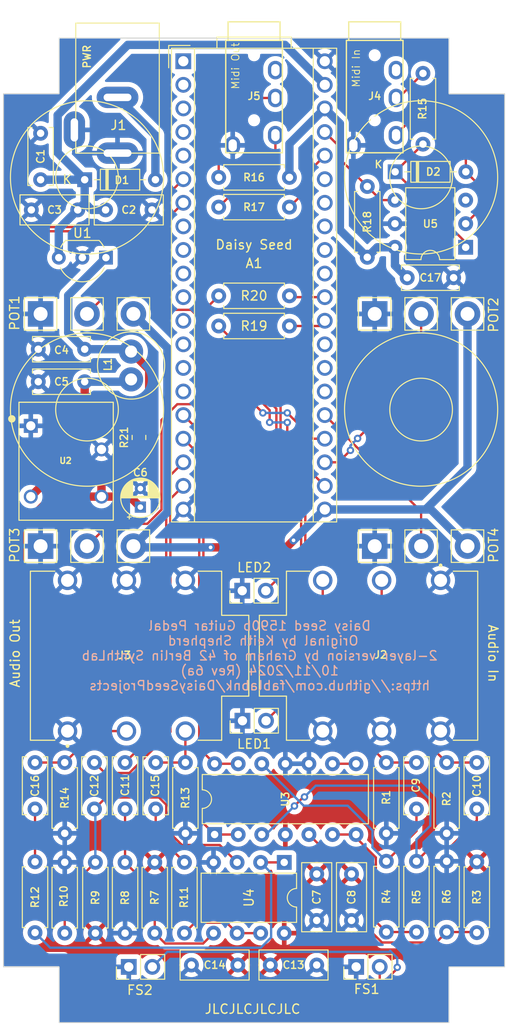
<source format=kicad_pcb>
(kicad_pcb (version 20240108) (generator "pcbnew") (generator_version "8.0")
  (layers (0 "F.Cu" signal) (31 "B.Cu" signal) (34 "B.Paste" user) (35 "F.Paste" user) (36 "B.SilkS" user "B.Silkscreen") (37 "F.SilkS" user "F.Silkscreen") (38 "B.Mask" user) (39 "F.Mask" user) (44 "Edge.Cuts" user))
  (net 0 "")
  (net 1 "FOOT_SWITCH_2")
  (net 2 "FOOT_SWITCH_1")
  (net 5 "MIDI_OUT")
  (net 6 "MIDI_IN")
  (net 7 "+3.3V")
  (net 8 "+9V")
  (net 9 "+5V")
  (net 10 "+5V_ISOLATED_POWER")
  (net 15 "Net-(C15-Pad1)")
  (net 16 "Net-(C16-Pad1)")
  (net 19 "/Audio Input Buffer/V_AUDIOBIAS")
  (net 26 "POT_1")
  (net 27 "+3.3VA")
  (net 28 "/Power/VIN")
  (net 29 "POT_2")
  (net 30 "AUDIO_IN_BUFFER_LEFT")
  (net 31 "AUDIO_IN_BUFFER_RIGHT")
  (net 32 "AUDIO_OUT_BUFFER_LEFT")
  (net 33 "AUDIO_OUT_BUFFER_RIGHT")
  (net 34 "AUDIO_IN_JACK_LEFT")
  (net 35 "AUDIO_IN_JACK_RIGHT")
  (net 36 "AUDIO_OUT_JACK_LEFT")
  (net 37 "AUDIO_OUT_JACK_RIGHT")
  (net 38 "MIDI_IN_JACK_PIN5")
  (net 39 "MIDI_IN_JACK_PIN4")
  (net 40 "MIDI_OUT_JACK_PIN5")
  (net 41 "MIDI_OUT_JACK_PIN4")
  (net 42 "POWER_JACK_PWR")
  (net 43 "GND")
  (net 46 "POT_3")
  (net 47 "POT_4")
  (net 51 "LED_1")
  (net 54 "LED_2")
  (net 58 "Net-(U4B-+)")
  (net 59 "Net-(U4A-+)")
  (net 60 "Net-(U4B--)")
  (net 61 "Net-(U4A--)")
  (net 62 "Net-(U3D-+)")
  (net 63 "Net-(U3A-+)")
  (net 64 "Net-(D2-K)")
  (net 65 "Net-(LED1-A)")
  (net 66 "Net-(LED2-A)")
  (net 67 "Net-(U3B-+)")
  (net 68 "Net-(U3C--)")
  (footprint "Package_DIP:DIP-6_W7.62mm" (layer "F.Cu") (at 129.8 52.525 180)
    (property "Reference" "U5")
    (property "Value" "H11L1" (hide yes))
  )
  (footprint "Resistor_THT:R_Axial_DIN0207_L6.3mm_D2.5mm_P7.62mm_Horizontal" (layer "F.Cu") (at 119.2 53.6 90)
    (property "Reference" "R18")
    (property "Value" "470R" (hide yes))
  )
  (footprint "Resistor_THT:R_Axial_DIN0207_L6.3mm_D2.5mm_P7.62mm_Horizontal" (layer "F.Cu") (at 89.9 126.36 90)
    (property "Reference" "R9")
    (property "Value" "2M" (hide yes))
  )
  (footprint "AudioConnector-PJ320A:TRRS-PJ-320A" (layer "F.Cu") (at 107 30.25)
    (property "Reference" "J5")
    (property "Value" "MIDI OUT JACK")
  )
  (footprint "AudioConnector-PJ320A:TRRS-PJ-320A" (layer "F.Cu") (at 120 30.25)
    (property "Reference" "J4")
    (property "Value" "MIDI IN JACK")
  )
  (footprint "Package_DIP:DIP-8_W7.62mm" (layer "F.Cu") (at 110.25 118.75 -90)
    (property "Reference" "U4")
    (property "Value" "OPA2134")
  )
  (footprint "Connector_PinHeader_2.54mm:PinHeader_1x02_P2.54mm_Vertical" (layer "F.Cu") (at 105.75 103.5 90)
    (property "Reference" "LED1")
    (property "Value" "LED_1")
  )
  (footprint "Resistor_THT:R_Axial_DIN0207_L6.3mm_D2.5mm_P7.62mm_Horizontal" (layer "F.Cu") (at 121.25 108 -90)
    (property "Reference" "R1")
    (property "Value" "2M" (hide yes))
  )
  (footprint "Package_DIP:DIP-14_W7.62mm" (layer "F.Cu") (at 102.75 115.75 90)
    (property "Reference" "U3")
    (property "Value" "MCP6004" (hide yes))
  )
  (footprint "Connector_PinHeader_2.54mm:PinHeader_1x02_P2.54mm_Vertical" (layer "F.Cu") (at 93.5 130 90)
    (property "Reference" "FS2")
    (property "Value" "Foot_Switch_2")
  )
  (footprint "Resistor_THT:R_Axial_DIN0207_L6.3mm_D2.5mm_P7.62mm_Horizontal" (layer "F.Cu") (at 83.4 126.31 90)
    (property "Reference" "R12")
    (property "Value" "100R" (hide yes))
  )
  (footprint "NMJ6HCD2:NEUTRIK_NMJ6HCD2" (layer "F.Cu") (at 93.25 96.5 180)
    (property "Reference" "J3")
    (property "Value" "AUDIO_OUT_TRS")
  )
  (footprint "GuitarPedal1590b:Pot_RightAngle_LongPin_16mm" (layer "F.Cu") (at 125 61)
    (property "Reference" "POT2")
    (property "Value" "10K")
  )
  (footprint "Resistor_THT:R_Axial_DIN0207_L6.3mm_D2.5mm_P7.62mm_Horizontal" (layer "F.Cu") (at 103.19 61)
    (property "Reference" "R19")
    (property "Value" "1K")
  )
  (footprint "Module:Electrosmith_Daisy_Seed" (layer "F.Cu") (at 99.38 32.495)
    (property "Reference" "A1")
    (property "Value" "Electrosmith_Daisy_Seed_Rev4")
  )
  (footprint "Resistor_THT:R_Axial_DIN0207_L6.3mm_D2.5mm_P7.62mm_Horizontal" (layer "F.Cu") (at 103.19 48.2)
    (property "Reference" "R17")
    (property "Value" "10R" (hide yes))
  )
  (footprint "Capacitor_THT:C_Disc_D6.0mm_W2.5mm_P5.00mm" (layer "F.Cu") (at 84 45.25 90)
    (property "Reference" "C1")
    (property "Value" "10UF" (hide yes))
  )
  (footprint "Resistor_THT:R_Axial_DIN0207_L6.3mm_D2.5mm_P7.62mm_Horizontal" (layer "F.Cu") (at 127.75 108 -90)
    (property "Reference" "R2")
    (property "Value" "2M" (hide yes))
  )
  (footprint "Capacitor_THT:C_Disc_D6.0mm_W2.5mm_P5.00mm" (layer "F.Cu") (at 131 108 -90)
    (property "Reference" "C10")
    (property "Value" "10UF" (hide yes))
  )
  (footprint "Capacitor_THT:C_Rect_L7.2mm_W3.0mm_P5.00mm_FKS2_FKP2_MKS2_MKP2" (layer "F.Cu") (at 105.25 129.8 180)
    (property "Reference" "C14")
    (property "Value" "100NF" (hide yes))
  )
  (footprint "Capacitor_THT:C_Rect_L7.2mm_W3.0mm_P5.00mm_FKS2_FKP2_MKS2_MKP2" (layer "F.Cu") (at 108.75 129.8)
    (property "Reference" "C13")
    (property "Value" "100NF" (hide yes))
  )
  (footprint "Resistor_THT:R_Axial_DIN0207_L6.3mm_D2.5mm_P7.62mm_Horizontal" (layer "F.Cu") (at 99.5 126.36 90)
    (property "Reference" "R11")
    (property "Value" "100R" (hide yes))
  )
  (footprint "Resistor_THT:R_Axial_DIN0207_L6.3mm_D2.5mm_P7.62mm_Horizontal" (layer "F.Cu") (at 86.6 126.36 90)
    (property "Reference" "R10")
    (property "Value" "2M" (hide yes))
  )
  (footprint "Capacitor_THT:C_Rect_L7.2mm_W3.0mm_P5.00mm_FKS2_FKP2_MKS2_MKP2" (layer "F.Cu") (at 88 48.5 180)
    (property "Reference" "C3")
    (property "Value" "100NF" (hide yes))
  )
  (footprint "Capacitor_THT:C_Disc_D6.0mm_W2.5mm_P5.00mm" (layer "F.Cu") (at 124.5 108 -90)
    (property "Reference" "C9")
    (property "Value" "10UF" (hide yes))
  )
  (footprint "GuitarPedal1590b:Pot_RightAngle_LongPin_16mm" (layer "F.Cu") (at 89 86)
    (property "Reference" "POT3")
    (property "Value" "10K")
  )
  (footprint "Capacitor_THT:C_Disc_D6.0mm_W2.5mm_P5.00mm" (layer "F.Cu") (at 89.8 113 90)
    (property "Reference" "C12")
    (property "Value" "10UF" (hide yes))
  )
  (footprint "Inductor_THT:L_Radial_D7.0mm_P3.00mm" (layer "F.Cu") (at 93.75 63.75 -90)
    (property "Reference" "L1")
    (property "Value" "2.2uH" (hide yes))
  )
  (footprint "Resistor_THT:R_Axial_DIN0207_L6.3mm_D2.5mm_P7.62mm_Horizontal" (layer "F.Cu") (at 131 118.69 -90)
    (property "Reference" "R3")
    (property "Value" "100K" (hide yes))
  )
  (footprint "Capacitor_THT:C_Disc_D6.0mm_W2.5mm_P5.00mm" (layer "F.Cu") (at 88.75 63.5 180)
    (property "Reference" "C4")
    (property "Value" "10UF" (hide yes))
  )
  (footprint "GuitarPedal1590b:Pot_RightAngle_LongPin_16mm" (layer "F.Cu") (at 125 86)
    (property "Reference" "POT4")
    (property "Value" "10K")
  )
  (footprint "Capacitor_THT:C_Rect_L7.2mm_W3.0mm_P5.00mm_FKS2_FKP2_MKS2_MKP2" (layer "F.Cu") (at 91 48.5)
    (property "Reference" "C2")
    (property "Value" "100NF" (hide yes))
  )
  (footprint "Connector_PinHeader_2.54mm:PinHeader_1x02_P2.54mm_Vertical" (layer "F.Cu") (at 105.725 89.5 90)
    (property "Reference" "LED2")
    (property "Value" "LED_2")
  )
  (footprint "Diode_THT:D_DO-35_SOD27_P7.62mm_Horizontal" (layer "F.Cu") (at 122.2 44.4)
    (property "Reference" "D2")
    (property "Value" "1N4148")
  )
  (footprint "NMJ6HCD2:NEUTRIK_NMJ6HCD2" (layer "F.Cu") (at 120.75 96.5)
    (property "Reference" "J2")
    (property "Value" "AUDIO_IN_TRS")
  )
  (footprint "Package_TO_SOT_THT:TO-92_Inline_Wide" (layer "F.Cu") (at 91.04 53.64 180)
    (property "Reference" "U1")
    (property "Value" "L4931CZ50")
  )
  (footprint "GuitarPedal1590b:Pot_RightAngle_LongPin_16mm" (layer "F.Cu") (at 89 61)
    (property "Reference" "POT1")
    (property "Value" "10K")
  )
  (footprint "Capacitor_THT:C_Rect_L7.2mm_W3.0mm_P5.00mm_FKS2_FKP2_MKS2_MKP2" (layer "F.Cu") (at 117.5 120 -90)
    (property "Reference" "C8")
    (property "Value" "100NF" (hide yes))
  )
  (footprint "Capacitor_THT:C_Disc_D6.0mm_W2.5mm_P5.00mm" (layer "F.Cu") (at 88.75 67 180)
    (property "Reference" "C5")
    (property "Value" "10UF" (hide yes))
  )
  (footprint "GuitarPedal1590b:Generic_PowerJack" (layer "F.Cu") (at 92.2875 42.3875 -90)
    (property "Reference" "J1")
    (property "Value" "Barrel_Jack")
  )
  (footprint "Resistor_THT:R_Axial_DIN0207_L6.3mm_D2.5mm_P7.62mm_Horizontal" (layer "F.Cu") (at 125.2 33.8 -90)
    (property "Reference" "R15")
    (property "Value" "220R" (hide yes))
  )
  (footprint "Capacitor_THT:C_Disc_D6.0mm_W2.5mm_P5.00mm" (layer "F.Cu") (at 93.1 113 90)
    (property "Reference" "C11")
    (property "Value" "10UF" (hide yes))
  )
  (footprint "Resistor_THT:R_Axial_DIN0207_L6.3mm_D2.5mm_P7.62mm_Horizontal" (layer "F.Cu") (at 124.5 126.25 90)
    (property "Reference" "R5")
    (property "Value" "2M" (hide yes))
  )
  (footprint "Capacitor_THT:C_Disc_D6.0mm_W2.5mm_P5.00mm" (layer "F.Cu") (at 83.4 113 90)
    (property "Reference" "C16")
    (property "Value" "10UF" (hide yes))
  )
  (footprint "Capacitor_THT:C_Disc_D6.0mm_W2.5mm_P5.00mm" (layer "F.Cu") (at 123.5 55.8)
    (property "Reference" "C17")
    (property "Value" "100NF")
  )
  (footprint "Capacitor_THT:C_Disc_D6.0mm_W2.5mm_P5.00mm" (layer "F.Cu") (at 96.4 113 90)
    (property "Reference" "C15")
    (property "Value" "10UF" (hide yes))
  )
  (footprint "Resistor_THT:R_Axial_DIN0207_L6.3mm_D2.5mm_P7.62mm_Horizontal" (layer "F.Cu") (at 93.1 118.75 -90)
    (property "Reference" "R8")
    (property "Value" "2M" (hide yes))
  )
  (footprint "Resistor_THT:R_Axial_DIN0207_L6.3mm_D2.5mm_P7.62mm_Horizontal" (layer "F.Cu") (at 127.75 126.25 90)
    (property "Reference" "R6")
    (property "Value" "100K" (hide yes))
  )
  (footprint "Connector_PinHeader_2.54mm:PinHeader_1x02_P2.54mm_Vertical" (layer "F.Cu") (at 118 130 90)
    (property "Reference" "FS1")
    (property "Value" "Foot_Switch_1")
  )
  (footprint "Resistor_THT:R_Axial_DIN0207_L6.3mm_D2.5mm_P7.62mm_Horizontal" (layer "F.Cu") (at 103.19 57.75)
    (property "Reference" "R20")
    (property "Value" "1K")
  )
  (footprint "Resistor_THT:R_Axial_DIN0207_L6.3mm_D2.5mm_P7.62mm_Horizontal" (layer "F.Cu") (at 99.6 108 -90)
    (property "Reference" "R13")
    (property "Value" "2M" (hide yes))
  )
  (footprint "Resistor_THT:R_Axial_DIN0207_L6.3mm_D2.5mm_P7.62mm_Horizontal" (layer "F.Cu") (at 103.19 45)
    (property "Reference" "R16")
    (property "Value" "33R" (hide yes))
  )
  (footprint "Resistor_THT:R_Axial_DIN0207_L6.3mm_D2.5mm_P7.62mm_Horizontal" (layer "F.Cu") (at 86.6 108 -90)
    (property "Reference" "R14")
    (property "Value" "2M" (hide yes))
  )
  (footprint "Capacitor_THT:C_Rect_L7.2mm_W3.0mm_P5.00mm_FKS2_FKP2_MKS2_MKP2" (layer "F.Cu") (at 113.75 120 -90)
    (property "Reference" "C7")
    (property "Value" "100NF" (hide yes))
  )
  (footprint "Resistor_THT:R_Axial_DIN0207_L6.3mm_D2.5mm_P7.62mm_Horizontal" (layer "F.Cu") (at 121.25 126.25 90)
    (property "Reference" "R4")
    (property "Value" "2M" (hide yes))
  )
  (footprint "PDS1-S5-S5-D:CONV_PDS1-S5-S5-D" (layer "F.Cu") (at 86.75 75.56 -90)
    (property "Reference" "U2")
    (property "Value" "PDS1-S5-S5-D")
  )
  (footprint "Resistor_THT:R_Axial_DIN0207_L6.3mm_D2.5mm_P7.62mm_Horizontal" (layer "F.Cu") (at 96.3 118.74 -90)
    (property "Reference" "R7")
    (property "Value" "2M" (hide yes))
  )
  (footprint "Diode_THT:D_DO-35_SOD27_P7.62mm_Horizontal" (layer "F.Cu") (at 88.75 45.25)
    (property "Reference" "D1")
    (property "Value" "1N5817" (hide yes))
  )
  (footprint "Capacitor_THT:CP_Radial_D4.0mm_P2.00mm" (layer "F.Cu") (at 94.75 80.5 90)
    (property "Reference" "C6")
    (property "Value" "22UF" (hide yes))
  )
  (footprint "Resistor_SMD:R_0805_2012Metric" (layer "F.Cu") (at 94.6 73 -90)
    (property "Reference" "R21")
    (property "Value" "DNP")
  )
  (gr_poly (pts (xy 128 36) (xy 134 36) (xy 134 130) (xy 128 130) (xy 128 136) (xy 86 136) (xy 86 130) (xy 80 130) (xy 80 36) (xy 86 36) (xy 86 30) (xy 128 30)) (stroke (width 0.1)) (fill none) (layer "Edge.Cuts"))
  (gr_text "Daisy Seed 1590b Guitar Pedal\nOriginal by Keith Shepherd \n2-layer version by Graham of 42 Berlin SynthLab\n10/11/2024 (Rev 6a)\nhttps://github.com/fablabnk/DaisySeedProjects\n" (at 107.6 96.5 0) (layer "B.SilkS") (effects (font (size 1 1)) (justify mirror)))
  (gr_text "J5" (at 107 36.25 0) (layer "F.SilkS") (effects (font (size 0.8 0.8))))
  (gr_text "Audio Out" (at 81.25 96.25 90) (layer "F.SilkS") (effects (font (size 1 1))))
  (gr_text "PWR" (at 89 32 90) (layer "F.SilkS") (effects (font (size 0.8 0.8))))
  (gr_text "J4" (at 120 36.25 0) (layer "F.SilkS") (effects (font (size 0.8 0.8))))
  (gr_text "Midi Out" (at 105 33 90) (layer "F.SilkS") (effects (font (size 0.8 0.8) (thickness 0.1))))
  (gr_text "Daisy Seed" (at 107 52.25 0) (layer "F.SilkS") (effects (font (size 1 1))))
  (gr_text "JLCJLCJLCJLC" (at 101.6 135.128 0) (layer "F.SilkS") (effects (font (size 1 1)) (justify left bottom)))
  (gr_text "Midi In" (at 118 33.25 90) (layer "F.SilkS") (effects (font (size 0.8 0.8) (thickness 0.1))))
  (gr_text "Audio In" (at 132.75 96.25 270) (layer "F.SilkS") (effects (font (size 1 1))))
  (segment (start 96.128604 50.35) (end 97.750302 48.728302) (width 0.25) (layer "F.Cu") (net 1))
  (segment (start 80.563 53.420604) (end 83.633604 50.35) (width 0.25) (layer "F.Cu") (net 1))
  (segment (start 122.428 130.048) (end 122.428 130.176396) (width 0.25) (layer "F.Cu") (net 1))
  (segment (start 83.633604 50.35) (end 96.128604 50.35) (width 0.25) (layer "F.Cu") (net 1))
  (segment (start 89.602604 132.784) (end 86.300604 129.482) (width 0.25) (layer "F.Cu") (net 1))
  (segment (start 97.750302 46.824698) (end 99.38 45.195) (width 0.25) (layer "F.Cu") (net 1))
  (segment (start 97.750302 48.728302) (end 97.750302 46.824698) (width 0.25) (layer "F.Cu") (net 1))
  (segment (start 122.428 130.176396) (end 119.820396 132.784) (width 0.25) (layer "F.Cu") (net 1))
  (segment (start 86.300604 129.482) (end 82.109604 129.482) (width 0.25) (layer "F.Cu") (net 1))
  (segment (start 119.820396 132.784) (end 89.602604 132.784) (width 0.25) (layer "F.Cu") (net 1))
  (segment (start 80.563 127.935396) (end 80.563 53.420604) (width 0.25) (layer "F.Cu") (net 1))
  (segment (start 82.109604 129.482) (end 80.563 127.935396) (width 0.25) (layer "F.Cu") (net 1))
  (via (at 122.428 130.048) (size 0.8) (drill 0.4) (layers "F.Cu" "B.Cu") (net 1))
  (segment (start 122.428 129.032) (end 121.666 128.27) (width 0.25) (layer "B.Cu") (net 1))
  (segment (start 122.428 130.048) (end 122.428 129.032) (width 0.25) (layer "B.Cu") (net 1))
  (segment (start 121.666 128.27) (end 121.551 128.385) (width 0.25) (layer "B.Cu") (net 1))
  (segment (start 121.551 128.385) (end 97.655 128.385) (width 0.25) (layer "B.Cu") (net 1))
  (segment (start 97.655 128.385) (end 96.04 130) (width 0.25) (layer "B.Cu") (net 1))
  (segment (start 81.013 127.749) (end 81.013 53.607) (width 0.25) (layer "F.Cu") (net 2))
  (segment (start 86.487 129.032) (end 82.296 129.032) (width 0.25) (layer "F.Cu") (net 2))
  (segment (start 119.634 132.334) (end 89.789 132.334) (width 0.25) (layer "F.Cu") (net 2))
  (segment (start 120.54 130) (end 120.54 131.428) (width 0.25) (layer "F.Cu") (net 2))
  (segment (start 96.315 50.8) (end 99.38 47.735) (width 0.25) (layer "F.Cu") (net 2))
  (segment (start 83.82 50.8) (end 96.315 50.8) (width 0.25) (layer "F.Cu") (net 2))
  (segment (start 89.789 132.334) (end 86.487 129.032) (width 0.25) (layer "F.Cu") (net 2))
  (segment (start 81.013 53.607) (end 83.82 50.8) (width 0.25) (layer "F.Cu") (net 2))
  (segment (start 82.296 129.032) (end 81.013 127.749) (width 0.25) (layer "F.Cu") (net 2))
  (segment (start 120.54 131.428) (end 119.634 132.334) (width 0.25) (layer "F.Cu") (net 2))
  (segment (start 112.649 46.361) (end 112.649 44.626) (width 0.25) (layer "F.Cu") (net 5))
  (segment (start 112.649 44.626) (end 114.62 42.655) (width 0.25) (layer "F.Cu") (net 5))
  (segment (start 110.81 48.2) (end 112.649 46.361) (width 0.25) (layer "F.Cu") (net 5))
  (segment (start 119.2 45.98) (end 116.205 42.985) (width 0.25) (layer "F.Cu") (net 6))
  (segment (start 122.18 47.445) (end 120.665 47.445) (width 0.25) (layer "F.Cu") (net 6))
  (segment (start 116.205 41.7) (end 114.62 40.115) (width 0.25) (layer "F.Cu") (net 6))
  (segment (start 116.205 42.985) (end 116.205 41.7) (width 0.25) (layer "F.Cu") (net 6))
  (segment (start 120.665 47.445) (end 119.2 45.98) (width 0.25) (layer "F.Cu") (net 6))
  (segment (start 122.18 54.48) (end 123.5 55.8) (width 0.9) (layer "B.Cu") (net 7))
  (segment (start 116.25 50.65) (end 116.25 39.205) (width 0.9) (layer "B.Cu") (net 7))
  (segment (start 122.18 52.525) (end 120.275 52.525) (width 0.9) (layer "B.Cu") (net 7))
  (segment (start 120.275 52.525) (end 119.2 53.6) (width 0.9) (layer "B.Cu") (net 7))
  (segment (start 122.18 52.525) (end 122.18 54.48) (width 0.9) (layer "B.Cu") (net 7))
  (segment (start 110.81 41.385) (end 110.81 45) (width 0.9) (layer "B.Cu") (net 7))
  (segment (start 116.25 39.205) (end 114.62 37.575) (width 0.9) (layer "B.Cu") (net 7))
  (segment (start 119.2 53.6) (end 116.25 50.65) (width 0.9) (layer "B.Cu") (net 7))
  (segment (start 114.62 37.575) (end 110.81 41.385) (width 0.9) (layer "B.Cu") (net 7))
  (segment (start 85.8375 38.291916) (end 85.8375 42.3375) (width 0.9) (layer "B.Cu") (net 8))
  (segment (start 84 45.25) (end 88.75 45.25) (width 0.9) (layer "B.Cu") (net 8))
  (segment (start 114.62 35.035) (end 110.319 30.734) (width 0.9) (layer "B.Cu") (net 8))
  (segment (start 89.5 48.5) (end 88.75 47.75) (width 0.9) (layer "B.Cu") (net 8))
  (segment (start 85.96 50.54) (end 88 48.5) (width 0.9) (layer "B.Cu") (net 8))
  (segment (start 85.96 53.64) (end 85.96 50.54) (width 0.9) (layer "B.Cu") (net 8))
  (segment (start 110.319 30.734) (end 93.395416 30.734) (width 0.9) (layer "B.Cu") (net 8))
  (segment (start 85.8375 42.3375) (end 88.75 45.25) (width 0.9) (layer "B.Cu") (net 8))
  (segment (start 93.395416 30.734) (end 85.8375 38.291916) (width 0.9) (layer "B.Cu") (net 8))
  (segment (start 88.75 45.25) (end 88.75 47.75) (width 0.9) (layer "B.Cu") (net 8))
  (segment (start 88.75 47.75) (end 88 48.5) (width 0.9) (layer "B.Cu") (net 8))
  (segment (start 91 48.5) (end 89.5 48.5) (width 0.9) (layer "B.Cu") (net 8))
  (segment (start 95.7 70.9875) (end 94.6 72.0875) (width 0.9) (layer "F.Cu") (net 9))
  (segment (start 93.75 63.75) (end 95.7 65.7) (width 0.9) (layer "F.Cu") (net 9))
  (segment (start 95.7 65.7) (end 95.7 70.9875) (width 0.9) (layer "F.Cu") (net 9))
  (segment (start 91.04 53.64) (end 86.975 57.705) (width 0.9) (layer "B.Cu") (net 9))
  (segment (start 93.5 63.5) (end 93.75 63.75) (width 0.9) (layer "B.Cu") (net 9))
  (segment (start 88.75 63.5) (end 93.5 63.5) (width 0.9) (layer "B.Cu") (net 9))
  (segment (start 86.975 57.705) (end 86.975 61.725) (width 0.9) (layer "B.Cu") (net 9))
  (segment (start 86.975 61.725) (end 88.75 63.5) (width 0.9) (layer "B.Cu") (net 9))
  (segment (start 81.788 82.862) (end 81.788 106.172) (width 0.9) (layer "F.Cu") (net 10))
  (segment (start 81.788 106.172) (end 82.042 106.426) (width 0.9) (layer "F.Cu") (net 10))
  (segment (start 90.56 79.37) (end 90.56 77.9525) (width 0.9) (layer "F.Cu") (net 10))
  (segment (start 90.56 79.37) (end 85.28 79.37) (width 0.9) (layer "F.Cu") (net 10))
  (segment (start 90.56 79.37) (end 93.62 79.37) (width 0.9) (layer "F.Cu") (net 10))
  (segment (start 85.28 79.37) (end 81.788 82.862) (width 0.9) (layer "F.Cu") (net 10))
  (segment (start 93.62 79.37) (end 94.75 80.5) (width 0.9) (layer "F.Cu") (net 10))
  (segment (start 90.56 77.9525) (end 94.6 73.9125) (width 0.9) (layer "F.Cu") (net 10))
  (segment (start 96.4 115.64) (end 99.5 118.74) (width 0.25) (layer "F.Cu") (net 15))
  (segment (start 96.4 113) (end 96.4 115.64) (width 0.25) (layer "F.Cu") (net 15))
  (segment (start 83.4 118.69) (end 83.4 113) (width 0.25) (layer "F.Cu") (net 16))
  (segment (start 120.125 118.22) (end 117.99 116.085) (width 0.25) (layer "F.Cu") (net 19))
  (segment (start 121.25 126.25) (end 124.5 126.25) (width 0.25) (layer "F.Cu") (net 19))
  (segment (start 115.45 115.75) (end 117.99 115.75) (width 0.25) (layer "F.Cu") (net 19))
  (segment (start 120.125 125.125) (end 120.125 118.22) (width 0.25) (layer "F.Cu") (net 19))
  (segment (start 117.99 116.085) (end 117.99 115.75) (width 0.25) (layer "F.Cu") (net 19))
  (segment (start 121.25 126.25) (end 120.125 125.125) (width 0.25) (layer "F.Cu") (net 19))
  (segment (start 114.62 78.215) (end 110.579999 74.174999) (width 0.25) (layer "F.Cu") (net 26))
  (segment (start 91.042 57.658) (end 89 59.7) (width 0.25) (layer "F.Cu") (net 26))
  (segment (start 110.579999 74.174999) (end 110.579999 71.383304) (width 0.25) (layer "F.Cu") (net 26))
  (segment (start 108.68 70.062695) (end 101.023 62.405695) (width 0.25) (layer "F.Cu") (net 26))
  (segment (start 100.212 59.26) (end 96.471 59.26) (width 0.25) (layer "F.Cu") (net 26))
  (segment (start 101.023 62.405695) (end 101.023 60.071) (width 0.25) (layer "F.Cu") (net 26))
  (segment (start 108.68 71.374) (end 108.68 70.062695) (width 0.25) (layer "F.Cu") (net 26))
  (segment (start 96.471 59.26) (end 94.869 57.658) (width 0.25) (layer "F.Cu") (net 26))
  (segment (start 101.023 60.071) (end 100.212 59.26) (width 0.25) (layer "F.Cu") (net 26))
  (segment (start 94.869 57.658) (end 91.042 57.658) (width 0.25) (layer "F.Cu") (net 26))
  (via (at 108.68 71.374) (size 0.8) (drill 0.4) (layers "F.Cu" "B.Cu") (net 26))
  (via (at 110.579999 71.383304) (size 0.8) (drill 0.4) (layers "F.Cu" "B.Cu") (net 26))
  (segment (start 108.689304 71.383304) (end 108.68 71.374) (width 0.25) (layer "B.Cu") (net 26))
  (segment (start 110.579999 71.383304) (end 108.689304 71.383304) (width 0.25) (layer "B.Cu") (net 26))
  (segment (start 110.49 84.836) (end 102.317 84.836) (width 0.9) (layer "F.Cu") (net 27))
  (segment (start 111.252 84.074) (end 110.49 84.836) (width 0.9) (layer "F.Cu") (net 27))
  (via (at 111.252 84.074) (size 0.8) (drill 0.4) (layers "F.Cu" "B.Cu") (net 27))
  (via (at 102.317 84.836) (size 0.8) (drill 0.4) (layers "F.Cu" "B.Cu") (net 27))
  (segment (start 130 76.248) (end 125.493 80.755) (width 0.9) (layer "B.Cu") (net 27))
  (segment (start 130 84.7) (end 126.055 80.755) (width 0.9) (layer "B.Cu") (net 27))
  (segment (start 126.055 80.755) (end 125.493 80.755) (width 0.9) (layer "B.Cu") (net 27))
  (segment (start 97.663 81.037) (end 97.663 63.363) (width 0.9) (layer "B.Cu") (net 27))
  (segment (start 125.493 80.755) (end 114.62 80.755) (width 0.9) (layer "B.Cu") (net 27))
  (segment (start 102.317 84.836) (end 94.136 84.836) (width 0.9) (layer "B.Cu") (net 27))
  (segment (start 114.62 80.755) (end 114.571 80.755) (width 0.9) (layer "B.Cu") (net 27))
  (segment (start 114.571 80.755) (end 111.252 84.074) (width 0.9) (layer "B.Cu") (net 27))
  (segment (start 130 59.7) (end 130 76.248) (width 0.9) (layer "B.Cu") (net 27))
  (segment (start 94 84.7) (end 97.663 81.037) (width 0.9) (layer "B.Cu") (net 27))
  (segment (start 94.136 84.836) (end 94 84.7) (width 0.9) (layer "B.Cu") (net 27))
  (segment (start 97.663 63.363) (end 94 59.7) (width 0.9) (layer "B.Cu") (net 27))
  (segment (start 85.598 72.898) (end 85.598 76.712) (width 0.9) (layer "F.Cu") (net 28))
  (segment (start 85.598 76.712) (end 82.94 79.37) (width 0.9) (layer "F.Cu") (net 28))
  (segment (start 88.75 67) (end 88.75 69.746) (width 0.9) (layer "F.Cu") (net 28))
  (segment (start 88.75 69.746) (end 85.598 72.898) (width 0.9) (layer "F.Cu") (net 28))
  (segment (start 88.75 67) (end 93.5 67) (width 0.9) (layer "B.Cu") (net 28))
  (segment (start 93.5 67) (end 93.75 66.75) (width 0.9) (layer "B.Cu") (net 28))
  (segment (start 114.62 75.675) (end 116.095 75.675) (width 0.25) (layer "F.Cu") (net 29))
  (segment (start 116.095 75.675) (end 117.384847 74.385153) (width 0.25) (layer "F.Cu") (net 29))
  (segment (start 118.156153 73.105847) (end 125 66.262) (width 0.25) (layer "F.Cu") (net 29))
  (segment (start 125 66.262) (end 125 59.7) (width 0.25) (layer "F.Cu") (net 29))
  (via (at 117.384847 74.385153) (size 0.8) (drill 0.4) (layers "F.Cu" "B.Cu") (net 29))
  (via (at 118.156153 73.105847) (size 0.8) (drill 0.4) (layers "F.Cu" "B.Cu") (net 29))
  (segment (start 117.384847 73.877153) (end 118.156153 73.105847) (width 0.25) (layer "B.Cu") (net 29))
  (segment (start 117.384847 74.385153) (end 117.384847 73.877153) (width 0.25) (layer "B.Cu") (net 29))
  (segment (start 101.542 72.757) (end 99.38 70.595) (width 0.25) (layer "F.Cu") (net 30))
  (segment (start 101.542 106.922) (end 101.542 72.757) (width 0.25) (layer "F.Cu") (net 30))
  (segment (start 102.75 108.13) (end 101.542 106.922) (width 0.25) (layer "F.Cu") (net 30))
  (segment (start 102.75 108.13) (end 105.29 108.13) (width 0.25) (layer "F.Cu") (net 30))
  (segment (start 101.092 114.092) (end 101.092 74.847) (width 0.25) (layer "F.Cu") (net 31))
  (segment (start 102.75 115.75) (end 105.29 115.75) (width 0.25) (layer "F.Cu") (net 31))
  (segment (start 102.75 115.75) (end 101.092 114.092) (width 0.25) (layer "F.Cu") (net 31))
  (segment (start 101.092 74.847) (end 99.38 73.135) (width 0.25) (layer "F.Cu") (net 31))
  (segment (start 97.536 103.564) (end 97.536 77.47) (width 0.25) (layer "F.Cu") (net 32))
  (segment (start 97.536 77.47) (end 97.585 77.47) (width 0.25) (layer "F.Cu") (net 32))
  (segment (start 97.585 77.47) (end 99.38 75.675) (width 0.25) (layer "F.Cu") (net 32))
  (segment (start 93.1 108) (end 97.536 103.564) (width 0.25) (layer "F.Cu") (net 32))
  (segment (start 93.565991 109.125) (end 97.986 104.704991) (width 0.25) (layer "F.Cu") (net 33))
  (segment (start 97.986 104.704991) (end 97.986 79.609) (width 0.25) (layer "F.Cu") (net 33))
  (segment (start 89.8 108) (end 90.925 109.125) (width 0.25) (layer "F.Cu") (net 33))
  (segment (start 97.986 79.609) (end 99.38 78.215) (width 0.25) (layer "F.Cu") (net 33))
  (segment (start 90.925 109.125) (end 93.565991 109.125) (width 0.25) (layer "F.Cu") (net 33))
  (segment (start 114.4 101.15) (end 114.4 88.385) (width 0.25) (layer "F.Cu") (net 34))
  (segment (start 121.25 108) (end 114.4 101.15) (width 0.25) (layer "F.Cu") (net 34))
  (segment (start 121.25 108) (end 124.5 108) (width 0.25) (layer "F.Cu") (net 34))
  (segment (start 120.75 101) (end 120.75 88.385) (width 0.25) (layer "F.Cu") (net 35))
  (segment (start 127.75 108) (end 120.75 101) (width 0.25) (layer "F.Cu") (net 35))
  (segment (start 127.75 108) (end 131 108) (width 0.25) (layer "F.Cu") (net 35))
  (segment (start 96.4 108) (end 99.6 108) (width 0.25) (layer "F.Cu") (net 36))
  (segment (start 99.6 108) (end 99.6 104.615) (width 0.25) (layer "F.Cu") (net 36))
  (segment (start 89.985 104.615) (end 93.25 104.615) (width 0.25) (layer "F.Cu") (net 37))
  (segment (start 86.6 108) (end 83.4 108) (width 0.25) (layer "F.Cu") (net 37))
  (segment (start 86.6 108) (end 89.985 104.615) (width 0.25) (layer "F.Cu") (net 37))
  (segment (start 131.318 48.467) (end 129.8 49.985) (width 0.25) (layer "F.Cu") (net 38))
  (segment (start 123.825 38.862) (end 122.3 40.387) (width 0.25) (layer "F.Cu") (net 38))
  (segment (start 122.3 40.387) (end 122.3 40.45) (width 0.25) (layer "F.Cu") (net 38))
  (segment (start 131.318 45.898) (end 131.318 48.467) (width 0.25) (layer "F.Cu") (net 38))
  (segment (start 129.82 43.079) (end 125.603 38.862) (width 0.25) (layer "F.Cu") (net 38))
  (segment (start 129.82 44.4) (end 131.318 45.898) (width 0.25) (layer "F.Cu") (net 38))
  (segment (start 129.82 44.4) (end 129.82 43.079) (width 0.25) (layer "F.Cu") (net 38))
  (segment (start 125.603 38.862) (end 123.825 38.862) (width 0.25) (layer "F.Cu") (net 38))
  (segment (start 122.55 36.45) (end 125.2 33.8) (width 0.25) (layer "F.Cu") (net 39))
  (segment (start 122.3 36.45) (end 122.55 36.45) (width 0.25) (layer "F.Cu") (net 39))
  (segment (start 109.3 42.09) (end 109.3 40.45) (width 0.25) (layer "F.Cu") (net 40))
  (segment (start 103.19 48.2) (end 109.3 42.09) (width 0.25) (layer "F.Cu") (net 40))
  (segment (start 106.425 36.45) (end 109.3 36.45) (width 0.25) (layer "F.Cu") (net 41))
  (segment (start 103.19 39.685) (end 106.425 36.45) (width 0.25) (layer "F.Cu") (net 41))
  (segment (start 103.19 45) (end 103.19 39.685) (width 0.25) (layer "F.Cu") (net 41))
  (segment (start 92.2875 36.3875) (end 96.37 40.47) (width 0.9) (layer "B.Cu") (net 42))
  (segment (start 96.37 40.47) (end 96.37 45.25) (width 0.9) (layer "B.Cu") (net 42))
  (segment (start 107.012 69.42) (end 98.728 69.42) (width 0.25) (layer "F.Cu") (net 46))
  (segment (start 91.404 82.296) (end 89 84.7) (width 0.25) (layer "F.Cu") (net 46))
  (segment (start 110.58 70.358) (end 113.357 73.135) (width 0.25) (layer "F.Cu") (net 46))
  (segment (start 97.028 80.772) (end 95.504 82.296) (width 0.25) (layer "F.Cu") (net 46))
  (segment (start 95.504 82.296) (end 91.404 82.296) (width 0.25) (layer "F.Cu") (net 46))
  (segment (start 113.357 73.135) (end 114.62 73.135) (width 0.25) (layer "F.Cu") (net 46))
  (segment (start 97.028 71.12) (end 97.028 80.772) (width 0.25) (layer "F.Cu") (net 46))
  (segment (start 98.728 69.42) (end 97.028 71.12) (width 0.25) (layer "F.Cu") (net 46))
  (segment (start 107.95 70.358) (end 107.012 69.42) (width 0.25) (layer "F.Cu") (net 46))
  (via (at 107.95 70.358) (size 0.8) (drill 0.4) (layers "F.Cu" "B.Cu") (net 46))
  (via (at 110.58 70.358) (size 0.8) (drill 0.4) (layers "F.Cu" "B.Cu") (net 46))
  (segment (start 107.95 70.358) (end 110.58 70.358) (width 0.25) (layer "B.Cu") (net 46))
  (segment (start 125 84.7) (end 125 80.975) (width 0.25) (layer "F.Cu") (net 47))
  (segment (start 125 80.975) (end 114.62 70.595) (width 0.25) (layer "F.Cu") (net 47))
  (segment (start 110.81 61) (end 114.055 61) (width 0.25) (layer "F.Cu") (net 51))
  (segment (start 114.055 61) (end 114.62 60.435) (width 0.25) (layer "F.Cu") (net 51))
  (segment (start 110.955 57.895) (end 110.81 57.75) (width 0.25) (layer "F.Cu") (net 54))
  (segment (start 114.62 57.895) (end 110.955 57.895) (width 0.25) (layer "F.Cu") (net 54))
  (segment (start 96.3 126.36) (end 96.3 121.95) (width 0.25) (layer "F.Cu") (net 58))
  (segment (start 101.515 127.485) (end 102.63 126.37) (width 0.25) (layer "F.Cu") (net 58))
  (segment (start 96.3 126.36) (end 97.425 127.485) (width 0.25) (layer "F.Cu") (net 58))
  (segment (start 96.3 121.95) (end 93.1 118.75) (width 0.25) (layer "F.Cu") (net 58))
  (segment (start 93.1 113) (end 93.1 118.75) (width 0.25) (layer "F.Cu") (net 58))
  (segment (start 97.425 127.485) (end 101.515 127.485) (width 0.25) (layer "F.Cu") (net 58))
  (segment (start 97.536 112.545009) (end 96.750991 111.76) (width 0.25) (layer "F.Cu") (net 59))
  (segment (start 99.222 116.875) (end 97.536 115.189) (width 0.25) (layer "F.Cu") (net 59))
  (segment (start 96.750991 111.76) (end 91.04 111.76) (width 0.25) (layer "F.Cu") (net 59))
  (segment (start 105.17 118.75) (end 103.295 116.875) (width 0.25) (layer "F.Cu") (net 59))
  (segment (start 86.6 122.04) (end 89.9 118.74) (width 0.25) (layer "F.Cu") (net 59))
  (segment (start 89.9 113.1) (end 89.8 113) (width 0.25) (layer "F.Cu") (net 59))
  (segment (start 91.04 111.76) (end 89.8 113) (width 0.25) (layer "F.Cu") (net 59))
  (segment (start 97.536 115.189) (end 97.536 112.545009) (width 0.25) (layer "F.Cu") (net 59))
  (segment (start 86.6 126.36) (end 86.6 122.04) (width 0.25) (layer "F.Cu") (net 59))
  (segment (start 103.295 116.875) (end 99.222 116.875) (width 0.25) (layer "F.Cu") (net 59))
  (segment (start 89.9 118.74) (end 89.9 113.1) (width 0.25) (layer "B.Cu") (net 59))
  (segment (start 100.615 125.245) (end 99.5 126.36) (width 0.25) (layer "F.Cu") (net 60))
  (segment (start 104.045 125.245) (end 100.615 125.245) (width 0.25) (layer "F.Cu") (net 60))
  (segment (start 105.17 126.37) (end 104.045 125.245) (width 0.25) (layer "F.Cu") (net 60))
  (segment (start 105.17 126.37) (end 107.71 126.37) (width 0.25) (layer "F.Cu") (net 60))
  (segment (start 110.25 118.75) (end 107.71 118.75) (width 0.25) (layer "F.Cu") (net 61))
  (segment (start 83.4 126.31) (end 85.025 127.935) (width 0.25) (layer "B.Cu") (net 61))
  (segment (start 108.839 119.879) (end 107.71 118.75) (width 0.25) (layer "B.Cu") (net 61))
  (segment (start 85.025 127.935) (end 107.735991 127.935) (width 0.25) (layer "B.Cu") (net 61))
  (segment (start 107.735991 127.935) (end 108.839 126.831991) (width 0.25) (layer "B.Cu") (net 61))
  (segment (start 108.839 126.831991) (end 108.839 119.879) (width 0.25) (layer "B.Cu") (net 61))
  (segment (start 124.5 115.38) (end 124.5 113) (width 0.25) (layer "F.Cu") (net 62))
  (segment (start 121.25 118.63) (end 124.5 115.38) (width 0.25) (layer "F.Cu") (net 62))
  (segment (start 117.094 112.649) (end 119.761 115.316) (width 0.25) (layer "B.Cu") (net 62))
  (segment (start 119.761 117.141) (end 121.25 118.63) (width 0.25) (layer "B.Cu") (net 62))
  (segment (start 119.761 115.316) (end 119.761 117.141) (width 0.25) (layer "B.Cu") (net 62))
  (segment (start 112.349 112.649) (end 117.094 112.649) (width 0.25) (layer "B.Cu") (net 62))
  (segment (start 107.83 108.13) (end 112.349 112.649) (width 0.25) (layer "B.Cu") (net 62))
  (segment (start 124.5 118.63) (end 126.036 117.094) (width 0.25) (layer "F.Cu") (net 63))
  (segment (start 126.036 117.094) (end 128.143 117.094) (width 0.25) (layer "F.Cu") (net 63))
  (segment (start 112.321612 111.706388) (end 111.351347 112.676653) (width 0.25) (layer "F.Cu") (net 63))
  (segment (start 112.431694 111.706388) (end 112.321612 111.706388) (width 0.25) (layer "F.Cu") (net 63))
  (segment (start 131 114.237) (end 131 113) (width 0.25) (layer "F.Cu") (net 63))
  (segment (start 128.143 117.094) (end 131 114.237) (width 0.25) (layer "F.Cu") (net 63))
  (via (at 112.431694 111.706388) (size 0.8) (drill 0.4) (layers "F.Cu" "B.Cu") (net 63))
  (via (at 111.351347 112.676653) (size 0.8) (drill 0.4) (layers "F.Cu" "B.Cu") (net 63))
  (segment (start 124.5 116.292) (end 125.984 114.808) (width 0.25) (layer "B.Cu") (net 63))
  (segment (start 111.351347 112.676653) (end 108.278 115.75) (width 0.25) (layer "B.Cu") (net 63))
  (segment (start 125.984 112.268) (end 125.984 112.014) (width 0.25) (layer "B.Cu") (net 63))
  (segment (start 124.5 118.63) (end 124.5 116.292) (width 0.25) (layer "B.Cu") (net 63))
  (segment (start 113.648082 110.49) (end 112.431694 111.706388) (width 0.25) (layer "B.Cu") (net 63))
  (segment (start 125.984 114.808) (end 125.984 112.268) (width 0.25) (layer "B.Cu") (net 63))
  (segment (start 125.984 112.014) (end 124.46 110.49) (width 0.25) (layer "B.Cu") (net 63))
  (segment (start 124.46 110.49) (end 113.648082 110.49) (width 0.25) (layer "B.Cu") (net 63))
  (segment (start 108.278 115.75) (end 107.83 115.75) (width 0.25) (layer "B.Cu") (net 63))
  (segment (start 122.22 44.4) (end 125.2 41.42) (width 0.25) (layer "F.Cu") (net 64))
  (segment (start 129.8 52) (end 122.2 44.4) (width 0.25) (layer "F.Cu") (net 64))
  (segment (start 129.8 52.525) (end 129.8 52) (width 0.25) (layer "F.Cu") (net 64))
  (segment (start 122.2 44.4) (end 122.22 44.4) (width 0.25) (layer "F.Cu") (net 64))
  (segment (start 112.522 76.753396) (end 109.855 74.086396) (width 0.25) (layer "F.Cu") (net 65))
  (segment (start 109.855 74.086396) (end 109.855 67.665) (width 0.25) (layer "F.Cu") (net 65))
  (segment (start 109.855 67.665) (end 103.19 61) (width 0.25) (layer "F.Cu") (net 65))
  (segment (start 108.29 103.5) (end 112.522 99.268) (width 0.25) (layer "F.Cu") (net 65))
  (segment (start 112.522 99.268) (end 112.522 76.753396) (width 0.25) (layer "F.Cu") (net 65))
  (segment (start 109.405 69.908) (end 101.473 61.976) (width 0.25) (layer "F.Cu") (net 66))
  (segment (start 112.072 85.693) (end 112.072 76.939792) (width 0.25) (layer "F.Cu") (net 66))
  (segment (start 101.473 61.976) (end 101.473 59.467) (width 0.25) (layer "F.Cu") (net 66))
  (segment (start 108.265 89.5) (end 112.072 85.693) (width 0.25) (layer "F.Cu") (net 66))
  (segment (start 101.473 59.467) (end 103.19 57.75) (width 0.25) (layer "F.Cu") (net 66))
  (segment (start 109.405 74.272792) (end 109.405 69.908) (width 0.25) (layer "F.Cu") (net 66))
  (segment (start 112.072 76.939792) (end 109.405 74.272792) (width 0.25) (layer "F.Cu") (net 66))
  (segment (start 119.253 125.843991) (end 119.253 118.745) (width 0.25) (layer "F.Cu") (net 67))
  (segment (start 127.75 126.25) (end 126.625 127.375) (width 0.25) (layer "F.Cu") (net 67))
  (segment (start 115.016 117.856) (end 112.91 115.75) (width 0.25) (layer "F.Cu") (net 67))
  (segment (start 126.625 127.375) (end 120.784009 127.375) (width 0.25) (layer "F.Cu") (net 67))
  (segment (start 119.253 118.745) (end 118.364 117.856) (width 0.25) (layer "F.Cu") (net 67))
  (segment (start 118.364 117.856) (end 115.016 117.856) (width 0.25) (layer "F.Cu") (net 67))
  (segment (start 130.94 126.25) (end 131 126.31) (width 0.25) (layer "F.Cu") (net 67))
  (segment (start 127.75 126.25) (end 130.94 126.25) (width 0.25) (layer "F.Cu") (net 67))
  (segment (start 120.784009 127.375) (end 119.253 125.843991) (width 0.25) (layer "F.Cu") (net 67))
  (segment (start 115.45 108.13) (end 117.99 108.13) (width 0.25) (layer "F.Cu") (net 68))
  (zone (net 10) (net_name "+5V_ISOLATED_POWER") (layer "F.Cu") (priority 1) (connect_pads (clearance 0.508)) (min_thickness 0.25) (fill yes (thermal_gap 0.5) (thermal_bridge_width 0.5))
    (polygon (pts (xy 134.112 106.172) (xy 134.112 130.048) (xy 128.016 130.048) (xy 128.016 136.144) (xy 85.852 136.144) (xy 85.852 130.048) (xy 80.01 130.048) (xy 80.01 106.172)))
  )
  (zone (net 43) (net_name "GND") (layer "B.Cu") (connect_pads (clearance 0.508)) (min_thickness 0.25) (fill yes (thermal_gap 0.5) (thermal_bridge_width 0.5))
    (polygon (pts (xy 80.01 35.941) (xy 85.979 35.941) (xy 85.979 29.972) (xy 128.016 29.972) (xy 128.016 36.068) (xy 133.985 36.068) (xy 133.985 130.048) (xy 128.016 130.048) (xy 128.016 136.017) (xy 85.979 136.017) (xy 85.979 129.921) (xy 80.01 129.921)))
  )
)
</source>
